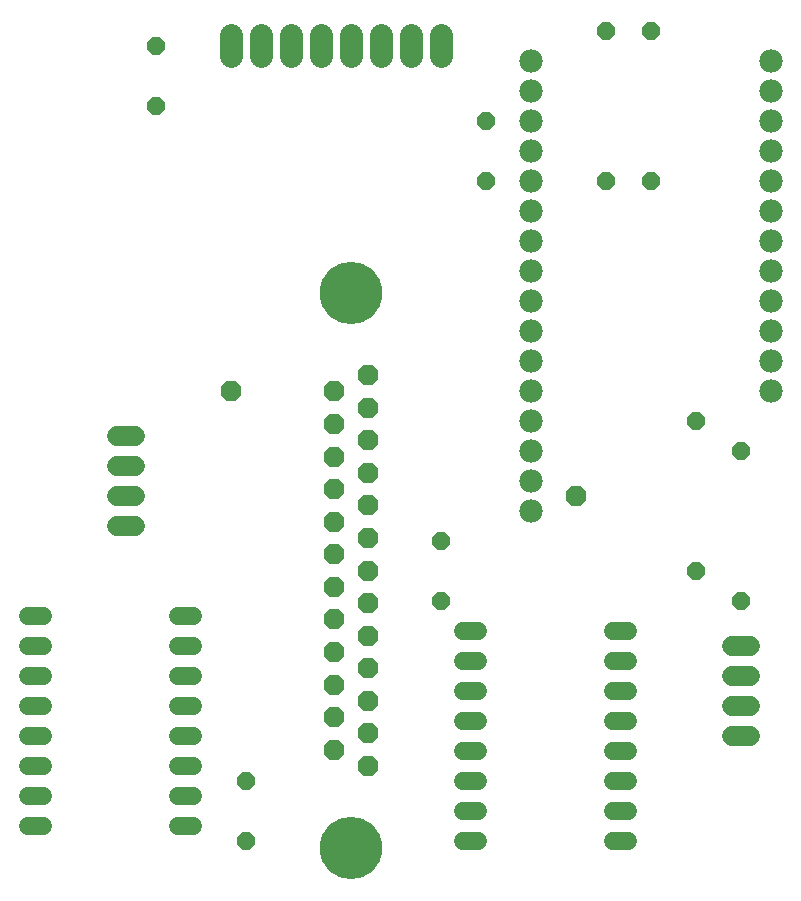
<source format=gbr>
G04 EAGLE Gerber RS-274X export*
G75*
%MOIN*%
%FSLAX34Y34*%
%LPD*%
%INSoldermask Top*%
%IPPOS*%
%AMOC8*
5,1,8,0,0,1.08239X$1,22.5*%
G01*
%ADD10P,0.073603X8X112.500000*%
%ADD11C,0.208000*%
%ADD12C,0.068000*%
%ADD13P,0.072921X8X22.500000*%
%ADD14P,0.072921X8X112.500000*%
%ADD15C,0.059496*%
%ADD16C,0.078000*%
%ADD17C,0.078000*%
%ADD18P,0.064943X8X112.500000*%
%ADD19P,0.064943X8X292.500000*%


D10*
X15060Y17020D03*
X15060Y15930D03*
X15060Y14850D03*
X15060Y13760D03*
X15060Y12670D03*
X15060Y11590D03*
X15060Y10500D03*
X15060Y9410D03*
X15060Y8330D03*
X15060Y7240D03*
X15060Y6150D03*
X15060Y5070D03*
X15060Y3980D03*
X13940Y16480D03*
X13940Y15390D03*
X13940Y14300D03*
X13940Y13220D03*
X13940Y12130D03*
X13940Y11040D03*
X13940Y9960D03*
X13940Y8870D03*
X13940Y7780D03*
X13940Y6700D03*
X13940Y5610D03*
X13940Y4520D03*
D11*
X14500Y1240D03*
X14500Y19760D03*
D12*
X7300Y12000D02*
X6700Y12000D01*
X6700Y13000D02*
X7300Y13000D01*
X7300Y14000D02*
X6700Y14000D01*
X6700Y15000D02*
X7300Y15000D01*
X27200Y8000D02*
X27800Y8000D01*
X27800Y7000D02*
X27200Y7000D01*
X27200Y6000D02*
X27800Y6000D01*
X27800Y5000D02*
X27200Y5000D01*
D13*
X22000Y13000D03*
D14*
X10500Y16500D03*
D15*
X4257Y2000D02*
X3743Y2000D01*
X3743Y3000D02*
X4257Y3000D01*
X4257Y4000D02*
X3743Y4000D01*
X3743Y5000D02*
X4257Y5000D01*
X4257Y6000D02*
X3743Y6000D01*
X3743Y7000D02*
X4257Y7000D01*
X4257Y8000D02*
X3743Y8000D01*
X3743Y9000D02*
X4257Y9000D01*
X8743Y9000D02*
X9257Y9000D01*
X9257Y8000D02*
X8743Y8000D01*
X8743Y7000D02*
X9257Y7000D01*
X9257Y6000D02*
X8743Y6000D01*
X8743Y5000D02*
X9257Y5000D01*
X9257Y4000D02*
X8743Y4000D01*
X8743Y3000D02*
X9257Y3000D01*
X9257Y2000D02*
X8743Y2000D01*
X23243Y8500D02*
X23757Y8500D01*
X23757Y7500D02*
X23243Y7500D01*
X23243Y6500D02*
X23757Y6500D01*
X23757Y5500D02*
X23243Y5500D01*
X23243Y4500D02*
X23757Y4500D01*
X23757Y3500D02*
X23243Y3500D01*
X23243Y2500D02*
X23757Y2500D01*
X23757Y1500D02*
X23243Y1500D01*
X18757Y1500D02*
X18243Y1500D01*
X18243Y2500D02*
X18757Y2500D01*
X18757Y3500D02*
X18243Y3500D01*
X18243Y4500D02*
X18757Y4500D01*
X18757Y5500D02*
X18243Y5500D01*
X18243Y6500D02*
X18757Y6500D01*
X18757Y7500D02*
X18243Y7500D01*
X18243Y8500D02*
X18757Y8500D01*
D16*
X13500Y27650D02*
X13500Y28350D01*
X14500Y28350D02*
X14500Y27650D01*
X12500Y27650D02*
X12500Y28350D01*
X11500Y28350D02*
X11500Y27650D01*
X10500Y27650D02*
X10500Y28350D01*
X15500Y28350D02*
X15500Y27650D01*
X16500Y27650D02*
X16500Y28350D01*
X17500Y28350D02*
X17500Y27650D01*
D17*
X20500Y12500D03*
X20500Y13500D03*
X20500Y14500D03*
X20500Y15500D03*
X20500Y16500D03*
X20500Y17500D03*
X20500Y18500D03*
X20500Y19500D03*
X20500Y20500D03*
X20500Y21500D03*
X20500Y22500D03*
X20500Y23500D03*
X20500Y24500D03*
X20500Y25500D03*
X20500Y26500D03*
X20500Y27500D03*
X28500Y27500D03*
X28500Y26500D03*
X28500Y25500D03*
X28500Y24500D03*
X28500Y23500D03*
X28500Y22500D03*
X28500Y21500D03*
X28500Y20500D03*
X28500Y19500D03*
X28500Y18500D03*
X28500Y17500D03*
X28500Y16500D03*
D18*
X23000Y23500D03*
X23000Y28500D03*
X24500Y23500D03*
X24500Y28500D03*
X27500Y9500D03*
X27500Y14500D03*
X26000Y10500D03*
X26000Y15500D03*
X11000Y1500D03*
X11000Y3500D03*
D19*
X17500Y11500D03*
X17500Y9500D03*
D18*
X19000Y23500D03*
X19000Y25500D03*
X8000Y26000D03*
X8000Y28000D03*
M02*

</source>
